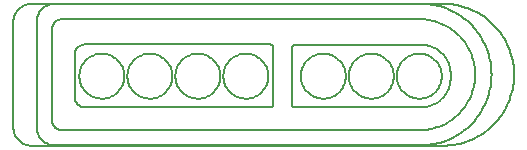
<source format=gto>
G75*
%MOIN*%
%OFA0B0*%
%FSLAX24Y24*%
%IPPOS*%
%LPD*%
%AMOC8*
5,1,8,0,0,1.08239X$1,22.5*
%
%ADD10C,0.0080*%
%ADD11C,0.0050*%
D10*
X002430Y004310D02*
X002432Y004364D01*
X002438Y004418D01*
X002448Y004471D01*
X002461Y004524D01*
X002478Y004575D01*
X002499Y004625D01*
X002524Y004673D01*
X002552Y004720D01*
X002583Y004764D01*
X002617Y004806D01*
X002654Y004845D01*
X002694Y004882D01*
X002737Y004915D01*
X002782Y004946D01*
X002829Y004973D01*
X002877Y004996D01*
X002928Y005016D01*
X002979Y005033D01*
X003032Y005045D01*
X003085Y005054D01*
X003139Y005059D01*
X003194Y005060D01*
X003248Y005057D01*
X003301Y005050D01*
X003354Y005039D01*
X003407Y005025D01*
X003458Y005007D01*
X003507Y004985D01*
X003555Y004960D01*
X003601Y004931D01*
X003645Y004899D01*
X003686Y004864D01*
X003724Y004826D01*
X003760Y004785D01*
X003793Y004742D01*
X003823Y004697D01*
X003849Y004649D01*
X003872Y004600D01*
X003891Y004549D01*
X003906Y004498D01*
X003918Y004445D01*
X003926Y004391D01*
X003930Y004337D01*
X003930Y004283D01*
X003926Y004229D01*
X003918Y004175D01*
X003906Y004122D01*
X003891Y004071D01*
X003872Y004020D01*
X003849Y003971D01*
X003823Y003923D01*
X003793Y003878D01*
X003760Y003835D01*
X003724Y003794D01*
X003686Y003756D01*
X003645Y003721D01*
X003601Y003689D01*
X003555Y003660D01*
X003507Y003635D01*
X003458Y003613D01*
X003407Y003595D01*
X003354Y003581D01*
X003301Y003570D01*
X003248Y003563D01*
X003194Y003560D01*
X003139Y003561D01*
X003085Y003566D01*
X003032Y003575D01*
X002979Y003587D01*
X002928Y003604D01*
X002877Y003624D01*
X002829Y003647D01*
X002782Y003674D01*
X002737Y003705D01*
X002694Y003738D01*
X002654Y003775D01*
X002617Y003814D01*
X002583Y003856D01*
X002552Y003900D01*
X002524Y003947D01*
X002499Y003995D01*
X002478Y004045D01*
X002461Y004096D01*
X002448Y004149D01*
X002438Y004202D01*
X002432Y004256D01*
X002430Y004310D01*
X004030Y004310D02*
X004032Y004364D01*
X004038Y004418D01*
X004048Y004471D01*
X004061Y004524D01*
X004078Y004575D01*
X004099Y004625D01*
X004124Y004673D01*
X004152Y004720D01*
X004183Y004764D01*
X004217Y004806D01*
X004254Y004845D01*
X004294Y004882D01*
X004337Y004915D01*
X004382Y004946D01*
X004429Y004973D01*
X004477Y004996D01*
X004528Y005016D01*
X004579Y005033D01*
X004632Y005045D01*
X004685Y005054D01*
X004739Y005059D01*
X004794Y005060D01*
X004848Y005057D01*
X004901Y005050D01*
X004954Y005039D01*
X005007Y005025D01*
X005058Y005007D01*
X005107Y004985D01*
X005155Y004960D01*
X005201Y004931D01*
X005245Y004899D01*
X005286Y004864D01*
X005324Y004826D01*
X005360Y004785D01*
X005393Y004742D01*
X005423Y004697D01*
X005449Y004649D01*
X005472Y004600D01*
X005491Y004549D01*
X005506Y004498D01*
X005518Y004445D01*
X005526Y004391D01*
X005530Y004337D01*
X005530Y004283D01*
X005526Y004229D01*
X005518Y004175D01*
X005506Y004122D01*
X005491Y004071D01*
X005472Y004020D01*
X005449Y003971D01*
X005423Y003923D01*
X005393Y003878D01*
X005360Y003835D01*
X005324Y003794D01*
X005286Y003756D01*
X005245Y003721D01*
X005201Y003689D01*
X005155Y003660D01*
X005107Y003635D01*
X005058Y003613D01*
X005007Y003595D01*
X004954Y003581D01*
X004901Y003570D01*
X004848Y003563D01*
X004794Y003560D01*
X004739Y003561D01*
X004685Y003566D01*
X004632Y003575D01*
X004579Y003587D01*
X004528Y003604D01*
X004477Y003624D01*
X004429Y003647D01*
X004382Y003674D01*
X004337Y003705D01*
X004294Y003738D01*
X004254Y003775D01*
X004217Y003814D01*
X004183Y003856D01*
X004152Y003900D01*
X004124Y003947D01*
X004099Y003995D01*
X004078Y004045D01*
X004061Y004096D01*
X004048Y004149D01*
X004038Y004202D01*
X004032Y004256D01*
X004030Y004310D01*
X005630Y004310D02*
X005632Y004364D01*
X005638Y004418D01*
X005648Y004471D01*
X005661Y004524D01*
X005678Y004575D01*
X005699Y004625D01*
X005724Y004673D01*
X005752Y004720D01*
X005783Y004764D01*
X005817Y004806D01*
X005854Y004845D01*
X005894Y004882D01*
X005937Y004915D01*
X005982Y004946D01*
X006029Y004973D01*
X006077Y004996D01*
X006128Y005016D01*
X006179Y005033D01*
X006232Y005045D01*
X006285Y005054D01*
X006339Y005059D01*
X006394Y005060D01*
X006448Y005057D01*
X006501Y005050D01*
X006554Y005039D01*
X006607Y005025D01*
X006658Y005007D01*
X006707Y004985D01*
X006755Y004960D01*
X006801Y004931D01*
X006845Y004899D01*
X006886Y004864D01*
X006924Y004826D01*
X006960Y004785D01*
X006993Y004742D01*
X007023Y004697D01*
X007049Y004649D01*
X007072Y004600D01*
X007091Y004549D01*
X007106Y004498D01*
X007118Y004445D01*
X007126Y004391D01*
X007130Y004337D01*
X007130Y004283D01*
X007126Y004229D01*
X007118Y004175D01*
X007106Y004122D01*
X007091Y004071D01*
X007072Y004020D01*
X007049Y003971D01*
X007023Y003923D01*
X006993Y003878D01*
X006960Y003835D01*
X006924Y003794D01*
X006886Y003756D01*
X006845Y003721D01*
X006801Y003689D01*
X006755Y003660D01*
X006707Y003635D01*
X006658Y003613D01*
X006607Y003595D01*
X006554Y003581D01*
X006501Y003570D01*
X006448Y003563D01*
X006394Y003560D01*
X006339Y003561D01*
X006285Y003566D01*
X006232Y003575D01*
X006179Y003587D01*
X006128Y003604D01*
X006077Y003624D01*
X006029Y003647D01*
X005982Y003674D01*
X005937Y003705D01*
X005894Y003738D01*
X005854Y003775D01*
X005817Y003814D01*
X005783Y003856D01*
X005752Y003900D01*
X005724Y003947D01*
X005699Y003995D01*
X005678Y004045D01*
X005661Y004096D01*
X005648Y004149D01*
X005638Y004202D01*
X005632Y004256D01*
X005630Y004310D01*
X007230Y004310D02*
X007232Y004364D01*
X007238Y004418D01*
X007248Y004471D01*
X007261Y004524D01*
X007278Y004575D01*
X007299Y004625D01*
X007324Y004673D01*
X007352Y004720D01*
X007383Y004764D01*
X007417Y004806D01*
X007454Y004845D01*
X007494Y004882D01*
X007537Y004915D01*
X007582Y004946D01*
X007629Y004973D01*
X007677Y004996D01*
X007728Y005016D01*
X007779Y005033D01*
X007832Y005045D01*
X007885Y005054D01*
X007939Y005059D01*
X007994Y005060D01*
X008048Y005057D01*
X008101Y005050D01*
X008154Y005039D01*
X008207Y005025D01*
X008258Y005007D01*
X008307Y004985D01*
X008355Y004960D01*
X008401Y004931D01*
X008445Y004899D01*
X008486Y004864D01*
X008524Y004826D01*
X008560Y004785D01*
X008593Y004742D01*
X008623Y004697D01*
X008649Y004649D01*
X008672Y004600D01*
X008691Y004549D01*
X008706Y004498D01*
X008718Y004445D01*
X008726Y004391D01*
X008730Y004337D01*
X008730Y004283D01*
X008726Y004229D01*
X008718Y004175D01*
X008706Y004122D01*
X008691Y004071D01*
X008672Y004020D01*
X008649Y003971D01*
X008623Y003923D01*
X008593Y003878D01*
X008560Y003835D01*
X008524Y003794D01*
X008486Y003756D01*
X008445Y003721D01*
X008401Y003689D01*
X008355Y003660D01*
X008307Y003635D01*
X008258Y003613D01*
X008207Y003595D01*
X008154Y003581D01*
X008101Y003570D01*
X008048Y003563D01*
X007994Y003560D01*
X007939Y003561D01*
X007885Y003566D01*
X007832Y003575D01*
X007779Y003587D01*
X007728Y003604D01*
X007677Y003624D01*
X007629Y003647D01*
X007582Y003674D01*
X007537Y003705D01*
X007494Y003738D01*
X007454Y003775D01*
X007417Y003814D01*
X007383Y003856D01*
X007352Y003900D01*
X007324Y003947D01*
X007299Y003995D01*
X007278Y004045D01*
X007261Y004096D01*
X007248Y004149D01*
X007238Y004202D01*
X007232Y004256D01*
X007230Y004310D01*
X009814Y004310D02*
X009816Y004364D01*
X009822Y004418D01*
X009832Y004471D01*
X009845Y004524D01*
X009862Y004575D01*
X009883Y004625D01*
X009908Y004673D01*
X009936Y004720D01*
X009967Y004764D01*
X010001Y004806D01*
X010038Y004845D01*
X010078Y004882D01*
X010121Y004915D01*
X010166Y004946D01*
X010213Y004973D01*
X010261Y004996D01*
X010312Y005016D01*
X010363Y005033D01*
X010416Y005045D01*
X010469Y005054D01*
X010523Y005059D01*
X010578Y005060D01*
X010632Y005057D01*
X010685Y005050D01*
X010738Y005039D01*
X010791Y005025D01*
X010842Y005007D01*
X010891Y004985D01*
X010939Y004960D01*
X010985Y004931D01*
X011029Y004899D01*
X011070Y004864D01*
X011108Y004826D01*
X011144Y004785D01*
X011177Y004742D01*
X011207Y004697D01*
X011233Y004649D01*
X011256Y004600D01*
X011275Y004549D01*
X011290Y004498D01*
X011302Y004445D01*
X011310Y004391D01*
X011314Y004337D01*
X011314Y004283D01*
X011310Y004229D01*
X011302Y004175D01*
X011290Y004122D01*
X011275Y004071D01*
X011256Y004020D01*
X011233Y003971D01*
X011207Y003923D01*
X011177Y003878D01*
X011144Y003835D01*
X011108Y003794D01*
X011070Y003756D01*
X011029Y003721D01*
X010985Y003689D01*
X010939Y003660D01*
X010891Y003635D01*
X010842Y003613D01*
X010791Y003595D01*
X010738Y003581D01*
X010685Y003570D01*
X010632Y003563D01*
X010578Y003560D01*
X010523Y003561D01*
X010469Y003566D01*
X010416Y003575D01*
X010363Y003587D01*
X010312Y003604D01*
X010261Y003624D01*
X010213Y003647D01*
X010166Y003674D01*
X010121Y003705D01*
X010078Y003738D01*
X010038Y003775D01*
X010001Y003814D01*
X009967Y003856D01*
X009936Y003900D01*
X009908Y003947D01*
X009883Y003995D01*
X009862Y004045D01*
X009845Y004096D01*
X009832Y004149D01*
X009822Y004202D01*
X009816Y004256D01*
X009814Y004310D01*
X011414Y004310D02*
X011416Y004364D01*
X011422Y004418D01*
X011432Y004471D01*
X011445Y004524D01*
X011462Y004575D01*
X011483Y004625D01*
X011508Y004673D01*
X011536Y004720D01*
X011567Y004764D01*
X011601Y004806D01*
X011638Y004845D01*
X011678Y004882D01*
X011721Y004915D01*
X011766Y004946D01*
X011813Y004973D01*
X011861Y004996D01*
X011912Y005016D01*
X011963Y005033D01*
X012016Y005045D01*
X012069Y005054D01*
X012123Y005059D01*
X012178Y005060D01*
X012232Y005057D01*
X012285Y005050D01*
X012338Y005039D01*
X012391Y005025D01*
X012442Y005007D01*
X012491Y004985D01*
X012539Y004960D01*
X012585Y004931D01*
X012629Y004899D01*
X012670Y004864D01*
X012708Y004826D01*
X012744Y004785D01*
X012777Y004742D01*
X012807Y004697D01*
X012833Y004649D01*
X012856Y004600D01*
X012875Y004549D01*
X012890Y004498D01*
X012902Y004445D01*
X012910Y004391D01*
X012914Y004337D01*
X012914Y004283D01*
X012910Y004229D01*
X012902Y004175D01*
X012890Y004122D01*
X012875Y004071D01*
X012856Y004020D01*
X012833Y003971D01*
X012807Y003923D01*
X012777Y003878D01*
X012744Y003835D01*
X012708Y003794D01*
X012670Y003756D01*
X012629Y003721D01*
X012585Y003689D01*
X012539Y003660D01*
X012491Y003635D01*
X012442Y003613D01*
X012391Y003595D01*
X012338Y003581D01*
X012285Y003570D01*
X012232Y003563D01*
X012178Y003560D01*
X012123Y003561D01*
X012069Y003566D01*
X012016Y003575D01*
X011963Y003587D01*
X011912Y003604D01*
X011861Y003624D01*
X011813Y003647D01*
X011766Y003674D01*
X011721Y003705D01*
X011678Y003738D01*
X011638Y003775D01*
X011601Y003814D01*
X011567Y003856D01*
X011536Y003900D01*
X011508Y003947D01*
X011483Y003995D01*
X011462Y004045D01*
X011445Y004096D01*
X011432Y004149D01*
X011422Y004202D01*
X011416Y004256D01*
X011414Y004310D01*
X013014Y004310D02*
X013016Y004364D01*
X013022Y004418D01*
X013032Y004471D01*
X013045Y004524D01*
X013062Y004575D01*
X013083Y004625D01*
X013108Y004673D01*
X013136Y004720D01*
X013167Y004764D01*
X013201Y004806D01*
X013238Y004845D01*
X013278Y004882D01*
X013321Y004915D01*
X013366Y004946D01*
X013413Y004973D01*
X013461Y004996D01*
X013512Y005016D01*
X013563Y005033D01*
X013616Y005045D01*
X013669Y005054D01*
X013723Y005059D01*
X013778Y005060D01*
X013832Y005057D01*
X013885Y005050D01*
X013938Y005039D01*
X013991Y005025D01*
X014042Y005007D01*
X014091Y004985D01*
X014139Y004960D01*
X014185Y004931D01*
X014229Y004899D01*
X014270Y004864D01*
X014308Y004826D01*
X014344Y004785D01*
X014377Y004742D01*
X014407Y004697D01*
X014433Y004649D01*
X014456Y004600D01*
X014475Y004549D01*
X014490Y004498D01*
X014502Y004445D01*
X014510Y004391D01*
X014514Y004337D01*
X014514Y004283D01*
X014510Y004229D01*
X014502Y004175D01*
X014490Y004122D01*
X014475Y004071D01*
X014456Y004020D01*
X014433Y003971D01*
X014407Y003923D01*
X014377Y003878D01*
X014344Y003835D01*
X014308Y003794D01*
X014270Y003756D01*
X014229Y003721D01*
X014185Y003689D01*
X014139Y003660D01*
X014091Y003635D01*
X014042Y003613D01*
X013991Y003595D01*
X013938Y003581D01*
X013885Y003570D01*
X013832Y003563D01*
X013778Y003560D01*
X013723Y003561D01*
X013669Y003566D01*
X013616Y003575D01*
X013563Y003587D01*
X013512Y003604D01*
X013461Y003624D01*
X013413Y003647D01*
X013366Y003674D01*
X013321Y003705D01*
X013278Y003738D01*
X013238Y003775D01*
X013201Y003814D01*
X013167Y003856D01*
X013136Y003900D01*
X013108Y003947D01*
X013083Y003995D01*
X013062Y004045D01*
X013045Y004096D01*
X013032Y004149D01*
X013022Y004202D01*
X013016Y004256D01*
X013014Y004310D01*
D11*
X014562Y001993D02*
X000831Y001993D01*
X001615Y002001D02*
X013810Y002001D01*
X013774Y002509D02*
X001845Y002509D01*
X001615Y002001D02*
X001568Y002003D01*
X001521Y002008D01*
X001475Y002018D01*
X001430Y002030D01*
X001385Y002047D01*
X001343Y002066D01*
X001302Y002089D01*
X001262Y002116D01*
X001225Y002145D01*
X001191Y002177D01*
X001159Y002211D01*
X001130Y002248D01*
X001103Y002288D01*
X001080Y002329D01*
X001061Y002371D01*
X001044Y002416D01*
X001032Y002461D01*
X001022Y002507D01*
X001017Y002554D01*
X001015Y002601D01*
X001015Y006126D01*
X000831Y006718D02*
X000784Y006716D01*
X000737Y006711D01*
X000691Y006701D01*
X000646Y006689D01*
X000601Y006672D01*
X000559Y006653D01*
X000518Y006630D01*
X000478Y006603D01*
X000441Y006574D01*
X000407Y006542D01*
X000375Y006508D01*
X000346Y006471D01*
X000319Y006431D01*
X000296Y006390D01*
X000277Y006348D01*
X000260Y006303D01*
X000248Y006258D01*
X000238Y006212D01*
X000233Y006165D01*
X000231Y006118D01*
X000231Y002593D01*
X000233Y002546D01*
X000238Y002499D01*
X000248Y002453D01*
X000260Y002408D01*
X000277Y002363D01*
X000296Y002321D01*
X000319Y002280D01*
X000346Y002240D01*
X000375Y002203D01*
X000407Y002169D01*
X000441Y002137D01*
X000478Y002108D01*
X000518Y002081D01*
X000559Y002058D01*
X000601Y002039D01*
X000646Y002022D01*
X000691Y002010D01*
X000737Y002000D01*
X000784Y001995D01*
X000831Y001993D01*
X001530Y002824D02*
X001530Y005895D01*
X001532Y005928D01*
X001537Y005960D01*
X001545Y005992D01*
X001557Y006023D01*
X001572Y006053D01*
X001590Y006080D01*
X001611Y006106D01*
X001634Y006129D01*
X001660Y006150D01*
X001688Y006168D01*
X001717Y006183D01*
X001748Y006195D01*
X001780Y006203D01*
X001812Y006208D01*
X001845Y006210D01*
X013774Y006210D01*
X013810Y006726D02*
X001615Y006726D01*
X000831Y006718D02*
X014562Y006718D01*
X013823Y005358D02*
X009610Y005358D01*
X009595Y005356D01*
X009580Y005352D01*
X009566Y005345D01*
X009554Y005335D01*
X009544Y005323D01*
X009537Y005309D01*
X009533Y005294D01*
X009531Y005279D01*
X009532Y005279D02*
X009532Y003350D01*
X009531Y003350D02*
X009533Y003335D01*
X009537Y003320D01*
X009544Y003306D01*
X009554Y003294D01*
X009566Y003284D01*
X009580Y003277D01*
X009595Y003273D01*
X009610Y003271D01*
X013823Y003271D01*
X013885Y003273D01*
X013946Y003279D01*
X014007Y003288D01*
X014068Y003302D01*
X014127Y003319D01*
X014185Y003340D01*
X014242Y003365D01*
X014297Y003393D01*
X014350Y003424D01*
X014401Y003459D01*
X014450Y003497D01*
X014497Y003538D01*
X014540Y003581D01*
X014581Y003628D01*
X014619Y003677D01*
X014654Y003728D01*
X014685Y003781D01*
X014713Y003836D01*
X014738Y003893D01*
X014759Y003951D01*
X014776Y004010D01*
X014790Y004071D01*
X014799Y004132D01*
X014805Y004193D01*
X014807Y004255D01*
X014807Y004373D01*
X016924Y004356D02*
X016922Y004451D01*
X016916Y004546D01*
X016907Y004641D01*
X016893Y004735D01*
X016876Y004828D01*
X016855Y004921D01*
X016831Y005013D01*
X016802Y005104D01*
X016771Y005194D01*
X016735Y005282D01*
X016696Y005369D01*
X016653Y005454D01*
X016608Y005537D01*
X016558Y005618D01*
X016506Y005698D01*
X016450Y005775D01*
X016392Y005850D01*
X016330Y005922D01*
X016265Y005992D01*
X016198Y006059D01*
X016128Y006124D01*
X016056Y006186D01*
X015981Y006244D01*
X015904Y006300D01*
X015824Y006352D01*
X015743Y006402D01*
X015660Y006447D01*
X015575Y006490D01*
X015488Y006529D01*
X015400Y006565D01*
X015310Y006596D01*
X015219Y006625D01*
X015127Y006649D01*
X015034Y006670D01*
X014941Y006687D01*
X014847Y006701D01*
X014752Y006710D01*
X014657Y006716D01*
X014562Y006718D01*
X008898Y005287D02*
X008898Y003358D01*
X008896Y003343D01*
X008892Y003328D01*
X008885Y003314D01*
X008875Y003302D01*
X008863Y003292D01*
X008849Y003285D01*
X008834Y003281D01*
X008819Y003279D01*
X002599Y003279D01*
X002566Y003281D01*
X002534Y003286D01*
X002502Y003294D01*
X002471Y003306D01*
X002442Y003321D01*
X002414Y003339D01*
X002388Y003360D01*
X002365Y003383D01*
X002344Y003409D01*
X002326Y003437D01*
X002311Y003466D01*
X002299Y003497D01*
X002291Y003529D01*
X002286Y003561D01*
X002284Y003594D01*
X002284Y005051D01*
X002286Y005084D01*
X002291Y005116D01*
X002299Y005148D01*
X002311Y005179D01*
X002326Y005209D01*
X002344Y005236D01*
X002365Y005262D01*
X002388Y005285D01*
X002414Y005306D01*
X002442Y005324D01*
X002471Y005339D01*
X002502Y005351D01*
X002534Y005359D01*
X002566Y005364D01*
X002599Y005366D01*
X008819Y005366D01*
X008834Y005364D01*
X008849Y005360D01*
X008863Y005353D01*
X008875Y005343D01*
X008885Y005331D01*
X008892Y005317D01*
X008896Y005302D01*
X008898Y005287D01*
X013774Y002510D02*
X013857Y002512D01*
X013940Y002517D01*
X014022Y002527D01*
X014104Y002540D01*
X014186Y002556D01*
X014266Y002577D01*
X014346Y002601D01*
X014424Y002628D01*
X014501Y002659D01*
X014577Y002693D01*
X014651Y002731D01*
X014723Y002772D01*
X014793Y002816D01*
X014861Y002863D01*
X014927Y002914D01*
X014991Y002967D01*
X015052Y003023D01*
X015111Y003082D01*
X015167Y003143D01*
X015220Y003207D01*
X015271Y003273D01*
X015318Y003341D01*
X015362Y003411D01*
X015403Y003483D01*
X015441Y003557D01*
X015475Y003633D01*
X015506Y003710D01*
X015533Y003788D01*
X015557Y003868D01*
X015578Y003948D01*
X015594Y004030D01*
X015607Y004112D01*
X015617Y004194D01*
X015622Y004277D01*
X015624Y004360D01*
X016924Y004356D02*
X016922Y004261D01*
X016916Y004166D01*
X016907Y004071D01*
X016893Y003977D01*
X016876Y003884D01*
X016855Y003791D01*
X016831Y003699D01*
X016802Y003608D01*
X016771Y003518D01*
X016735Y003430D01*
X016696Y003343D01*
X016653Y003258D01*
X016608Y003175D01*
X016558Y003094D01*
X016506Y003014D01*
X016450Y002937D01*
X016392Y002862D01*
X016330Y002790D01*
X016265Y002720D01*
X016198Y002653D01*
X016128Y002588D01*
X016056Y002526D01*
X015981Y002468D01*
X015904Y002412D01*
X015824Y002360D01*
X015743Y002310D01*
X015660Y002265D01*
X015575Y002222D01*
X015488Y002183D01*
X015400Y002147D01*
X015310Y002116D01*
X015219Y002087D01*
X015127Y002063D01*
X015034Y002042D01*
X014941Y002025D01*
X014847Y002011D01*
X014752Y002002D01*
X014657Y001996D01*
X014562Y001994D01*
X013810Y002002D02*
X013905Y002004D01*
X014000Y002010D01*
X014095Y002019D01*
X014189Y002033D01*
X014282Y002050D01*
X014375Y002071D01*
X014467Y002095D01*
X014558Y002124D01*
X014648Y002155D01*
X014736Y002191D01*
X014823Y002230D01*
X014908Y002273D01*
X014991Y002318D01*
X015072Y002368D01*
X015152Y002420D01*
X015229Y002476D01*
X015304Y002534D01*
X015376Y002596D01*
X015446Y002661D01*
X015513Y002728D01*
X015578Y002798D01*
X015640Y002870D01*
X015698Y002945D01*
X015754Y003022D01*
X015806Y003102D01*
X015856Y003183D01*
X015901Y003266D01*
X015944Y003351D01*
X015983Y003438D01*
X016019Y003526D01*
X016050Y003616D01*
X016079Y003707D01*
X016103Y003799D01*
X016124Y003892D01*
X016141Y003985D01*
X016155Y004079D01*
X016164Y004174D01*
X016170Y004269D01*
X016172Y004364D01*
X014807Y004373D02*
X014805Y004435D01*
X014799Y004496D01*
X014790Y004557D01*
X014776Y004618D01*
X014759Y004677D01*
X014738Y004735D01*
X014713Y004792D01*
X014685Y004847D01*
X014654Y004900D01*
X014619Y004951D01*
X014581Y005000D01*
X014540Y005047D01*
X014497Y005090D01*
X014450Y005131D01*
X014401Y005169D01*
X014350Y005204D01*
X014297Y005235D01*
X014242Y005263D01*
X014185Y005288D01*
X014127Y005309D01*
X014068Y005326D01*
X014007Y005340D01*
X013946Y005349D01*
X013885Y005355D01*
X013823Y005357D01*
X013810Y006726D02*
X013905Y006724D01*
X014000Y006718D01*
X014095Y006709D01*
X014189Y006695D01*
X014282Y006678D01*
X014375Y006657D01*
X014467Y006633D01*
X014558Y006604D01*
X014648Y006573D01*
X014736Y006537D01*
X014823Y006498D01*
X014908Y006455D01*
X014991Y006410D01*
X015072Y006360D01*
X015152Y006308D01*
X015229Y006252D01*
X015304Y006194D01*
X015376Y006132D01*
X015446Y006067D01*
X015513Y006000D01*
X015578Y005930D01*
X015640Y005858D01*
X015698Y005783D01*
X015754Y005706D01*
X015806Y005626D01*
X015856Y005545D01*
X015901Y005462D01*
X015944Y005377D01*
X015983Y005290D01*
X016019Y005202D01*
X016050Y005112D01*
X016079Y005021D01*
X016103Y004929D01*
X016124Y004836D01*
X016141Y004743D01*
X016155Y004649D01*
X016164Y004554D01*
X016170Y004459D01*
X016172Y004364D01*
X015624Y004360D02*
X015622Y004443D01*
X015617Y004526D01*
X015607Y004608D01*
X015594Y004690D01*
X015578Y004772D01*
X015557Y004852D01*
X015533Y004932D01*
X015506Y005010D01*
X015475Y005087D01*
X015441Y005163D01*
X015403Y005237D01*
X015362Y005309D01*
X015318Y005379D01*
X015271Y005447D01*
X015220Y005513D01*
X015167Y005577D01*
X015111Y005638D01*
X015052Y005697D01*
X014991Y005753D01*
X014927Y005806D01*
X014861Y005857D01*
X014793Y005904D01*
X014723Y005948D01*
X014651Y005989D01*
X014577Y006027D01*
X014501Y006061D01*
X014424Y006092D01*
X014346Y006119D01*
X014266Y006143D01*
X014186Y006164D01*
X014104Y006180D01*
X014022Y006193D01*
X013940Y006203D01*
X013857Y006208D01*
X013774Y006210D01*
X001845Y002509D02*
X001812Y002511D01*
X001780Y002516D01*
X001748Y002524D01*
X001717Y002536D01*
X001688Y002551D01*
X001660Y002569D01*
X001634Y002590D01*
X001611Y002613D01*
X001590Y002639D01*
X001572Y002667D01*
X001557Y002696D01*
X001545Y002727D01*
X001537Y002759D01*
X001532Y002791D01*
X001530Y002824D01*
X001015Y006126D02*
X001017Y006173D01*
X001022Y006220D01*
X001032Y006266D01*
X001044Y006311D01*
X001061Y006356D01*
X001080Y006398D01*
X001103Y006439D01*
X001130Y006479D01*
X001159Y006516D01*
X001191Y006550D01*
X001225Y006582D01*
X001262Y006611D01*
X001302Y006638D01*
X001343Y006661D01*
X001385Y006680D01*
X001430Y006697D01*
X001475Y006709D01*
X001521Y006719D01*
X001568Y006724D01*
X001615Y006726D01*
M02*

</source>
